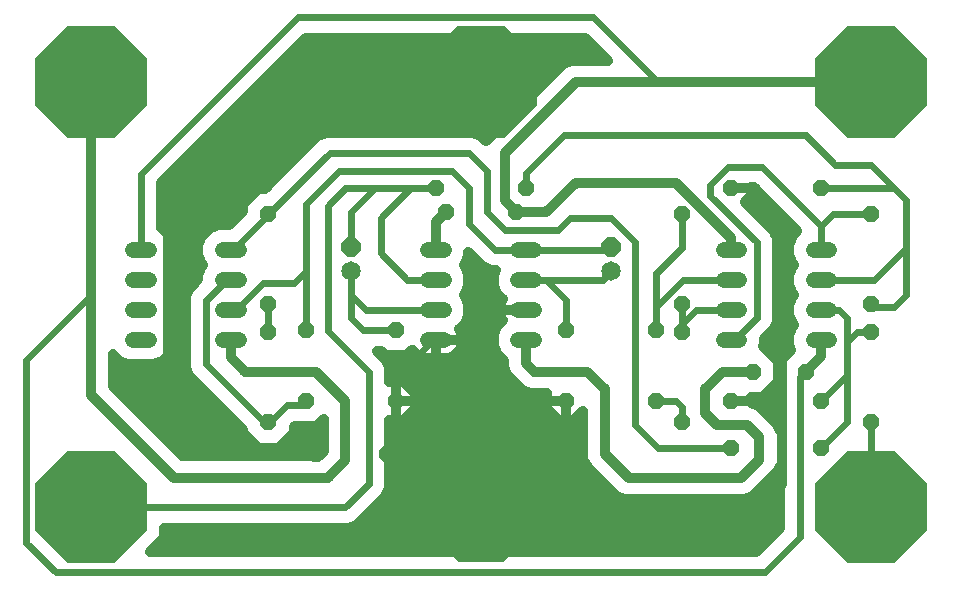
<source format=gbr>
G75*
%MOIN*%
%OFA0B0*%
%FSLAX25Y25*%
%IPPOS*%
%LPD*%
%AMOC8*
5,1,8,0,0,1.08239X$1,22.5*
%
%ADD10OC8,0.06496*%
%ADD11C,0.06496*%
%ADD12C,0.05200*%
%ADD13OC8,0.05600*%
%ADD14OC8,0.37402*%
%ADD15C,0.03200*%
%ADD16C,0.02400*%
%ADD17OC8,0.36614*%
%ADD18C,0.02362*%
D10*
X0120710Y0120773D03*
X0207324Y0120773D03*
D11*
X0207324Y0112773D03*
X0120710Y0112773D03*
D12*
X0146417Y0109962D02*
X0151617Y0109962D01*
X0151617Y0119962D02*
X0146417Y0119962D01*
X0146417Y0099962D02*
X0151617Y0099962D01*
X0151617Y0089962D02*
X0146417Y0089962D01*
X0176417Y0089962D02*
X0181617Y0089962D01*
X0181617Y0099962D02*
X0176417Y0099962D01*
X0176417Y0109962D02*
X0181617Y0109962D01*
X0181617Y0119962D02*
X0176417Y0119962D01*
X0244843Y0119962D02*
X0250043Y0119962D01*
X0250043Y0109962D02*
X0244843Y0109962D01*
X0244843Y0099962D02*
X0250043Y0099962D01*
X0250043Y0089962D02*
X0244843Y0089962D01*
X0274843Y0089962D02*
X0280043Y0089962D01*
X0280043Y0099962D02*
X0274843Y0099962D01*
X0274843Y0109962D02*
X0280043Y0109962D01*
X0280043Y0119962D02*
X0274843Y0119962D01*
X0083192Y0119962D02*
X0077992Y0119962D01*
X0077992Y0109962D02*
X0083192Y0109962D01*
X0083192Y0099962D02*
X0077992Y0099962D01*
X0077992Y0089962D02*
X0083192Y0089962D01*
X0053192Y0089962D02*
X0047992Y0089962D01*
X0047992Y0099962D02*
X0053192Y0099962D01*
X0053192Y0109962D02*
X0047992Y0109962D01*
X0047992Y0119962D02*
X0053192Y0119962D01*
D13*
X0093151Y0131773D03*
X0093151Y0101773D03*
X0093151Y0092403D03*
X0105710Y0093151D03*
X0135710Y0093151D03*
X0135710Y0069529D03*
X0132521Y0051813D03*
X0108899Y0051813D03*
X0093151Y0062403D03*
X0105710Y0069529D03*
X0192324Y0069529D03*
X0222324Y0069529D03*
X0230946Y0062403D03*
X0247443Y0069529D03*
X0254569Y0079372D03*
X0272285Y0079372D03*
X0277443Y0069529D03*
X0293939Y0062403D03*
X0277443Y0053781D03*
X0247443Y0053781D03*
X0230946Y0092403D03*
X0222324Y0093151D03*
X0230946Y0101773D03*
X0192324Y0093151D03*
X0230946Y0131773D03*
X0247443Y0140395D03*
X0277443Y0140395D03*
X0293939Y0131773D03*
X0293939Y0101773D03*
X0293939Y0092403D03*
X0179017Y0140395D03*
X0175828Y0132521D03*
X0152206Y0132521D03*
X0149017Y0140395D03*
D14*
X0164017Y0175828D03*
X0034096Y0175828D03*
X0034096Y0034096D03*
X0293939Y0034096D03*
X0293939Y0175828D03*
D15*
X0225041Y0175828D01*
X0195513Y0175828D01*
X0171891Y0152206D01*
X0171891Y0136458D01*
X0175828Y0132521D01*
X0185671Y0132521D01*
X0195513Y0142364D01*
X0228978Y0142364D01*
X0247443Y0123899D01*
X0247443Y0119962D01*
X0259753Y0128080D02*
X0267608Y0128080D01*
X0269486Y0126203D02*
X0254962Y0140726D01*
X0253843Y0140726D01*
X0253843Y0140395D01*
X0253843Y0137744D01*
X0251966Y0135868D01*
X0261589Y0126244D01*
X0262621Y0123752D01*
X0262621Y0095950D01*
X0261589Y0093458D01*
X0259681Y0091550D01*
X0258243Y0090111D01*
X0258243Y0088331D01*
X0258011Y0087772D01*
X0258048Y0087772D01*
X0262969Y0082851D01*
X0262969Y0075892D01*
X0258048Y0070972D01*
X0253843Y0070972D01*
X0253843Y0069529D01*
X0253843Y0068855D01*
X0254032Y0068855D01*
X0256678Y0067759D01*
X0258704Y0065734D01*
X0262641Y0061797D01*
X0263517Y0059682D01*
X0263517Y0078756D01*
X0263885Y0079645D01*
X0263885Y0082851D01*
X0267440Y0086406D01*
X0266643Y0088331D01*
X0266643Y0091593D01*
X0267891Y0094607D01*
X0268246Y0094962D01*
X0267891Y0095317D01*
X0266643Y0098331D01*
X0266643Y0101593D01*
X0267891Y0104607D01*
X0268246Y0104962D01*
X0267891Y0105317D01*
X0266643Y0108331D01*
X0266643Y0111593D01*
X0267891Y0114607D01*
X0268246Y0114962D01*
X0267891Y0115317D01*
X0266643Y0118331D01*
X0266643Y0121593D01*
X0267891Y0124607D01*
X0269486Y0126203D01*
X0268166Y0124882D02*
X0262153Y0124882D01*
X0262621Y0121683D02*
X0266680Y0121683D01*
X0266643Y0118485D02*
X0262621Y0118485D01*
X0262621Y0115286D02*
X0267922Y0115286D01*
X0266847Y0112088D02*
X0262621Y0112088D01*
X0262621Y0108889D02*
X0266643Y0108889D01*
X0267736Y0105691D02*
X0262621Y0105691D01*
X0262621Y0102492D02*
X0267015Y0102492D01*
X0266643Y0099294D02*
X0262621Y0099294D01*
X0262621Y0096095D02*
X0267569Y0096095D01*
X0267182Y0092897D02*
X0261028Y0092897D01*
X0258243Y0089698D02*
X0266643Y0089698D01*
X0267401Y0086500D02*
X0259320Y0086500D01*
X0262518Y0083301D02*
X0264335Y0083301D01*
X0263885Y0080103D02*
X0262969Y0080103D01*
X0264411Y0077403D02*
X0256537Y0069529D01*
X0247443Y0069529D01*
X0253843Y0069529D01*
X0247443Y0069529D01*
X0247443Y0069529D01*
X0253843Y0070507D02*
X0263517Y0070507D01*
X0263517Y0067309D02*
X0257129Y0067309D01*
X0260327Y0064110D02*
X0263517Y0064110D01*
X0263517Y0060912D02*
X0263007Y0060912D01*
X0256537Y0057718D02*
X0252600Y0061655D01*
X0242757Y0061655D01*
X0238820Y0065592D01*
X0238820Y0073466D01*
X0244726Y0079372D01*
X0254569Y0079372D01*
X0260782Y0073706D02*
X0263517Y0073706D01*
X0263517Y0076904D02*
X0262969Y0076904D01*
X0264411Y0077403D02*
X0264411Y0130553D01*
X0254569Y0140395D01*
X0247443Y0140395D01*
X0248662Y0140395D02*
X0253843Y0140395D01*
X0248662Y0140395D01*
X0248662Y0140395D01*
X0253774Y0137676D02*
X0258013Y0137676D01*
X0261211Y0134477D02*
X0253356Y0134477D01*
X0256554Y0131279D02*
X0264410Y0131279D01*
X0277443Y0089962D02*
X0277443Y0084529D01*
X0272285Y0079372D01*
X0264411Y0077403D02*
X0264411Y0041970D01*
X0256537Y0034096D01*
X0203387Y0034096D01*
X0187639Y0049844D01*
X0173860Y0049844D01*
X0164017Y0040002D01*
X0164017Y0034096D01*
X0164017Y0040002D02*
X0164017Y0059687D01*
X0164017Y0083309D01*
X0157364Y0089962D01*
X0149017Y0089962D01*
X0149017Y0083762D01*
X0145929Y0083762D01*
X0144965Y0083915D01*
X0144037Y0084216D01*
X0143168Y0084659D01*
X0142378Y0085233D01*
X0141688Y0085923D01*
X0141130Y0086692D01*
X0139190Y0084751D01*
X0132231Y0084751D01*
X0130631Y0086351D01*
X0129253Y0086351D01*
X0130468Y0085136D01*
X0132381Y0083224D01*
X0133416Y0080724D01*
X0133416Y0075929D01*
X0135710Y0075929D01*
X0135710Y0069529D01*
X0135710Y0063129D01*
X0133416Y0063129D01*
X0133416Y0040617D01*
X0132381Y0038118D01*
X0124506Y0030244D01*
X0122594Y0028331D01*
X0120094Y0027296D01*
X0097704Y0027296D01*
X0096472Y0027296D01*
X0058397Y0027296D01*
X0058397Y0024030D01*
X0053609Y0019243D01*
X0255689Y0019243D01*
X0263517Y0027070D01*
X0263517Y0047880D01*
X0262641Y0045766D01*
X0260615Y0043740D01*
X0254710Y0037835D01*
X0252064Y0036739D01*
X0211798Y0036739D01*
X0209151Y0037835D01*
X0207126Y0039860D01*
X0199252Y0047734D01*
X0198156Y0050380D01*
X0198156Y0066310D01*
X0194975Y0063129D01*
X0192324Y0063129D01*
X0189673Y0063129D01*
X0185924Y0066878D01*
X0185924Y0069529D01*
X0192324Y0069529D01*
X0192324Y0069529D01*
X0185924Y0069529D01*
X0185924Y0072172D01*
X0180302Y0072172D01*
X0177655Y0073268D01*
X0175630Y0075293D01*
X0175630Y0075293D01*
X0174939Y0075984D01*
X0172913Y0078010D01*
X0171817Y0080656D01*
X0171817Y0082992D01*
X0171772Y0083011D01*
X0169466Y0085317D01*
X0168217Y0088331D01*
X0168217Y0091593D01*
X0169466Y0094607D01*
X0171307Y0096448D01*
X0171115Y0096713D01*
X0170672Y0097582D01*
X0170370Y0098510D01*
X0170217Y0099474D01*
X0170217Y0099962D01*
X0179017Y0099962D01*
X0179017Y0099962D01*
X0170217Y0099962D01*
X0170217Y0100450D01*
X0170370Y0101414D01*
X0170672Y0102342D01*
X0171115Y0103212D01*
X0171307Y0103476D01*
X0169466Y0105317D01*
X0168217Y0108331D01*
X0168217Y0111593D01*
X0168867Y0113162D01*
X0167350Y0113162D01*
X0164850Y0114197D01*
X0159817Y0119231D01*
X0159817Y0118331D01*
X0158569Y0115317D01*
X0158214Y0114962D01*
X0158569Y0114607D01*
X0159817Y0111593D01*
X0159817Y0108331D01*
X0158569Y0105317D01*
X0158214Y0104962D01*
X0158569Y0104607D01*
X0159817Y0101593D01*
X0159817Y0098331D01*
X0158569Y0095317D01*
X0156728Y0093476D01*
X0156920Y0093212D01*
X0157363Y0092342D01*
X0157665Y0091414D01*
X0157817Y0090450D01*
X0157817Y0089962D01*
X0157817Y0089474D01*
X0157665Y0088510D01*
X0157363Y0087582D01*
X0156920Y0086713D01*
X0156346Y0085923D01*
X0155656Y0085233D01*
X0154867Y0084659D01*
X0153997Y0084216D01*
X0153069Y0083915D01*
X0152105Y0083762D01*
X0149017Y0083762D01*
X0149017Y0089962D01*
X0149017Y0089962D01*
X0157817Y0089962D01*
X0149017Y0089962D01*
X0149017Y0089962D01*
X0149017Y0089698D02*
X0149017Y0089698D01*
X0149017Y0086500D02*
X0149017Y0086500D01*
X0141269Y0086500D02*
X0140938Y0086500D01*
X0132303Y0083301D02*
X0171482Y0083301D01*
X0172047Y0080103D02*
X0133416Y0080103D01*
X0133416Y0076904D02*
X0174019Y0076904D01*
X0174939Y0075984D02*
X0174939Y0075984D01*
X0177217Y0073706D02*
X0140585Y0073706D01*
X0142110Y0072180D02*
X0142110Y0069529D01*
X0142110Y0066878D01*
X0138361Y0063129D01*
X0135710Y0063129D01*
X0135710Y0069529D01*
X0135710Y0069529D01*
X0135710Y0069529D01*
X0142110Y0069529D01*
X0135710Y0069529D01*
X0135710Y0069529D01*
X0135710Y0075929D01*
X0138361Y0075929D01*
X0142110Y0072180D01*
X0142110Y0070507D02*
X0185924Y0070507D01*
X0185924Y0067309D02*
X0142110Y0067309D01*
X0139342Y0064110D02*
X0188692Y0064110D01*
X0192324Y0064110D02*
X0192324Y0064110D01*
X0192324Y0063129D02*
X0192324Y0069529D01*
X0192324Y0069529D01*
X0173860Y0069529D01*
X0164017Y0059687D01*
X0181734Y0079372D02*
X0199450Y0079372D01*
X0205356Y0073466D01*
X0205356Y0051813D01*
X0213230Y0043939D01*
X0250631Y0043939D01*
X0256537Y0049844D01*
X0256537Y0057718D01*
X0261794Y0044919D02*
X0263517Y0044919D01*
X0263517Y0041721D02*
X0258596Y0041721D01*
X0255397Y0038522D02*
X0263517Y0038522D01*
X0263517Y0035324D02*
X0129586Y0035324D01*
X0132548Y0038522D02*
X0208464Y0038522D01*
X0205266Y0041721D02*
X0133416Y0041721D01*
X0133416Y0044919D02*
X0202067Y0044919D01*
X0199093Y0048118D02*
X0133416Y0048118D01*
X0133416Y0051316D02*
X0198156Y0051316D01*
X0198156Y0054515D02*
X0133416Y0054515D01*
X0133416Y0057713D02*
X0198156Y0057713D01*
X0198156Y0060912D02*
X0133416Y0060912D01*
X0135710Y0064110D02*
X0135710Y0064110D01*
X0135710Y0067309D02*
X0135710Y0067309D01*
X0135710Y0070507D02*
X0135710Y0070507D01*
X0135710Y0073706D02*
X0135710Y0073706D01*
X0118742Y0069529D02*
X0108899Y0079372D01*
X0085277Y0079372D01*
X0080592Y0084057D01*
X0080592Y0089962D01*
X0065604Y0089698D02*
X0061392Y0089698D01*
X0061392Y0088331D02*
X0060144Y0085317D01*
X0057837Y0083011D01*
X0054823Y0081762D01*
X0046361Y0081762D01*
X0043347Y0083011D01*
X0041296Y0085062D01*
X0041296Y0074480D01*
X0064637Y0051139D01*
X0109854Y0051139D01*
X0111542Y0052826D01*
X0111542Y0063481D01*
X0109190Y0061129D01*
X0102231Y0061129D01*
X0102019Y0061341D01*
X0101551Y0060873D01*
X0101551Y0058924D01*
X0096631Y0054003D01*
X0089672Y0054003D01*
X0084751Y0058924D01*
X0084751Y0059894D01*
X0066637Y0078009D01*
X0065604Y0080501D01*
X0065604Y0104441D01*
X0066637Y0106933D01*
X0068544Y0108841D01*
X0069792Y0110089D01*
X0069792Y0111593D01*
X0071041Y0114607D01*
X0071396Y0114962D01*
X0071041Y0115317D01*
X0069792Y0118331D01*
X0069792Y0121593D01*
X0071041Y0124607D01*
X0073347Y0126914D01*
X0076361Y0128162D01*
X0080141Y0128162D01*
X0084751Y0132772D01*
X0084751Y0135253D01*
X0089672Y0140173D01*
X0091935Y0140173D01*
X0107820Y0156058D01*
X0109732Y0157971D01*
X0112232Y0159006D01*
X0161433Y0159006D01*
X0163932Y0157971D01*
X0165738Y0156165D01*
X0165787Y0156285D01*
X0189410Y0179907D01*
X0191435Y0181932D01*
X0194081Y0183028D01*
X0206256Y0183028D01*
X0198602Y0190682D01*
X0105810Y0190682D01*
X0057392Y0142264D01*
X0057392Y0127098D01*
X0057837Y0126914D01*
X0060144Y0124607D01*
X0061392Y0121593D01*
X0061392Y0118331D01*
X0060144Y0115317D01*
X0059789Y0114962D01*
X0060144Y0114607D01*
X0061392Y0111593D01*
X0061392Y0108331D01*
X0060144Y0105317D01*
X0059789Y0104962D01*
X0060144Y0104607D01*
X0061392Y0101593D01*
X0061392Y0098331D01*
X0060144Y0095317D01*
X0059789Y0094962D01*
X0060144Y0094607D01*
X0061392Y0091593D01*
X0061392Y0088331D01*
X0060634Y0086500D02*
X0065604Y0086500D01*
X0065604Y0083301D02*
X0058128Y0083301D01*
X0065769Y0080103D02*
X0041296Y0080103D01*
X0041296Y0083301D02*
X0043057Y0083301D01*
X0041296Y0076904D02*
X0067741Y0076904D01*
X0070940Y0073706D02*
X0042070Y0073706D01*
X0045269Y0070507D02*
X0074138Y0070507D01*
X0077337Y0067309D02*
X0048467Y0067309D01*
X0051666Y0064110D02*
X0080535Y0064110D01*
X0083734Y0060912D02*
X0054864Y0060912D01*
X0058063Y0057713D02*
X0085962Y0057713D01*
X0089160Y0054515D02*
X0061261Y0054515D01*
X0064460Y0051316D02*
X0110031Y0051316D01*
X0111542Y0054515D02*
X0097142Y0054515D01*
X0100341Y0057713D02*
X0111542Y0057713D01*
X0111542Y0060912D02*
X0101590Y0060912D01*
X0118742Y0069529D02*
X0118742Y0049844D01*
X0112836Y0043939D01*
X0061655Y0043939D01*
X0034096Y0071498D01*
X0034096Y0104962D01*
X0034096Y0175828D01*
X0068797Y0153669D02*
X0105430Y0153669D01*
X0108628Y0156867D02*
X0071996Y0156867D01*
X0075194Y0160066D02*
X0169568Y0160066D01*
X0172767Y0163264D02*
X0078393Y0163264D01*
X0081591Y0166463D02*
X0175965Y0166463D01*
X0179164Y0169661D02*
X0084790Y0169661D01*
X0087988Y0172860D02*
X0182362Y0172860D01*
X0185561Y0176058D02*
X0091187Y0176058D01*
X0094385Y0179257D02*
X0188759Y0179257D01*
X0192697Y0182455D02*
X0097584Y0182455D01*
X0100782Y0185654D02*
X0203631Y0185654D01*
X0200432Y0188852D02*
X0103981Y0188852D01*
X0102231Y0150470D02*
X0065598Y0150470D01*
X0062400Y0147272D02*
X0099033Y0147272D01*
X0095834Y0144073D02*
X0059201Y0144073D01*
X0057392Y0140874D02*
X0092636Y0140874D01*
X0087175Y0137676D02*
X0057392Y0137676D01*
X0057392Y0134477D02*
X0084751Y0134477D01*
X0083258Y0131279D02*
X0057392Y0131279D01*
X0057392Y0128080D02*
X0076164Y0128080D01*
X0071315Y0124882D02*
X0059869Y0124882D01*
X0061355Y0121683D02*
X0069829Y0121683D01*
X0069792Y0118485D02*
X0061392Y0118485D01*
X0060113Y0115286D02*
X0071071Y0115286D01*
X0069997Y0112088D02*
X0061187Y0112088D01*
X0061392Y0108889D02*
X0068593Y0108889D01*
X0066122Y0105691D02*
X0060298Y0105691D01*
X0061020Y0102492D02*
X0065604Y0102492D01*
X0065604Y0099294D02*
X0061392Y0099294D01*
X0060466Y0096095D02*
X0065604Y0096095D01*
X0065604Y0092897D02*
X0060852Y0092897D01*
X0149017Y0119962D02*
X0149017Y0129332D01*
X0152206Y0132521D01*
X0159817Y0118485D02*
X0160563Y0118485D01*
X0158538Y0115286D02*
X0163762Y0115286D01*
X0159612Y0112088D02*
X0168422Y0112088D01*
X0168217Y0108889D02*
X0159817Y0108889D01*
X0158724Y0105691D02*
X0169311Y0105691D01*
X0170748Y0102492D02*
X0159445Y0102492D01*
X0159817Y0099294D02*
X0170246Y0099294D01*
X0168860Y0099962D02*
X0164017Y0095120D01*
X0164017Y0083309D01*
X0168976Y0086500D02*
X0156765Y0086500D01*
X0157817Y0089698D02*
X0168217Y0089698D01*
X0168757Y0092897D02*
X0157080Y0092897D01*
X0158891Y0096095D02*
X0170954Y0096095D01*
X0168860Y0099962D02*
X0179017Y0099962D01*
X0179017Y0089962D02*
X0179017Y0082088D01*
X0181734Y0079372D01*
X0192324Y0069529D02*
X0192324Y0063129D01*
X0195956Y0064110D02*
X0198156Y0064110D01*
X0192324Y0067309D02*
X0192324Y0067309D01*
X0126387Y0032125D02*
X0263517Y0032125D01*
X0263517Y0028927D02*
X0123189Y0028927D01*
X0058397Y0025728D02*
X0262174Y0025728D01*
X0258976Y0022530D02*
X0056896Y0022530D01*
X0053698Y0019331D02*
X0255777Y0019331D01*
X0166370Y0156867D02*
X0165036Y0156867D01*
D16*
X0258506Y0012443D02*
X0022285Y0012443D01*
X0012443Y0022285D01*
X0012443Y0083309D01*
X0034096Y0104962D01*
X0050592Y0119962D02*
X0050592Y0145080D01*
X0102994Y0197482D01*
X0201419Y0197482D01*
X0223072Y0175828D01*
X0225041Y0175828D01*
X0191576Y0158112D02*
X0272285Y0158112D01*
X0282128Y0148269D01*
X0293939Y0148269D01*
X0301813Y0140395D01*
X0305750Y0136458D01*
X0305750Y0120710D01*
X0295002Y0109962D01*
X0277443Y0109962D01*
X0277443Y0119962D02*
X0277443Y0127836D01*
X0281380Y0131773D01*
X0293939Y0131773D01*
X0301813Y0140395D02*
X0277443Y0140395D01*
X0305750Y0120710D02*
X0305750Y0104962D01*
X0301813Y0101025D01*
X0294687Y0101025D01*
X0293939Y0101773D01*
X0286065Y0097088D02*
X0286065Y0089214D01*
X0286065Y0081340D01*
X0286065Y0078151D01*
X0277443Y0069529D01*
X0270317Y0077403D02*
X0272285Y0079372D01*
X0270317Y0077403D02*
X0270317Y0024254D01*
X0258506Y0012443D01*
X0293939Y0034096D02*
X0293939Y0062403D01*
X0286065Y0062403D02*
X0277443Y0053781D01*
X0286065Y0062403D02*
X0286065Y0078151D01*
X0286065Y0089214D02*
X0289254Y0092403D01*
X0293939Y0092403D01*
X0286065Y0097088D02*
X0283191Y0099962D01*
X0277443Y0099962D01*
X0247443Y0099962D02*
X0235789Y0099962D01*
X0230946Y0095120D01*
X0230946Y0092403D01*
X0230946Y0095120D02*
X0230946Y0101773D01*
X0231261Y0109962D02*
X0222324Y0101025D01*
X0222324Y0093151D01*
X0222324Y0101025D02*
X0222324Y0112088D01*
X0230946Y0120710D01*
X0230946Y0131773D01*
X0215198Y0122679D02*
X0207324Y0130553D01*
X0193545Y0130553D01*
X0189608Y0126616D01*
X0171891Y0126616D01*
X0165986Y0132521D01*
X0165986Y0146301D01*
X0160080Y0152206D01*
X0113584Y0152206D01*
X0093151Y0131773D01*
X0105710Y0135238D02*
X0105710Y0112836D01*
X0101773Y0108899D01*
X0091183Y0108899D01*
X0082246Y0099962D01*
X0080592Y0099962D01*
X0093151Y0101773D02*
X0093151Y0092403D01*
X0105710Y0093151D02*
X0105710Y0112836D01*
X0120710Y0112773D02*
X0120710Y0104962D01*
X0120710Y0097088D01*
X0124647Y0093151D01*
X0135710Y0093151D01*
X0125710Y0099962D02*
X0120710Y0104962D01*
X0125710Y0099962D02*
X0149017Y0099962D01*
X0149017Y0109962D02*
X0139332Y0109962D01*
X0130553Y0118742D01*
X0130553Y0130553D01*
X0140395Y0140395D01*
X0128584Y0140395D01*
X0118742Y0140395D01*
X0112939Y0134592D01*
X0112939Y0093049D01*
X0126616Y0079372D01*
X0126616Y0041970D01*
X0118742Y0034096D01*
X0099057Y0034096D01*
X0095120Y0034096D01*
X0034096Y0034096D01*
X0058868Y0076254D02*
X0083309Y0051813D01*
X0108899Y0051813D01*
X0132521Y0051813D02*
X0135710Y0055002D01*
X0135710Y0069529D01*
X0135710Y0077586D01*
X0136112Y0077988D01*
X0179017Y0109962D02*
X0185671Y0109962D01*
X0192324Y0103309D01*
X0192324Y0093151D01*
X0185671Y0109962D02*
X0204513Y0109962D01*
X0207324Y0112773D01*
X0206513Y0119962D02*
X0207324Y0120773D01*
X0206513Y0119962D02*
X0179017Y0119962D01*
X0168702Y0119962D01*
X0160080Y0128584D01*
X0160080Y0140395D01*
X0154175Y0146301D01*
X0116773Y0146301D01*
X0105710Y0135238D01*
X0120710Y0132521D02*
X0120710Y0120773D01*
X0120710Y0132521D02*
X0128584Y0140395D01*
X0140395Y0140395D02*
X0149017Y0140395D01*
X0179017Y0140395D02*
X0179017Y0145553D01*
X0191576Y0158112D01*
X0164017Y0175828D02*
X0097088Y0175828D01*
X0058868Y0137608D01*
X0058868Y0108885D01*
X0058868Y0087643D02*
X0058868Y0076254D01*
X0215198Y0061655D02*
X0215198Y0122679D01*
X0231261Y0109962D02*
X0247443Y0109962D01*
X0228978Y0069529D02*
X0230946Y0067561D01*
X0230946Y0062403D01*
X0228978Y0069529D02*
X0222324Y0069529D01*
X0215198Y0061655D02*
X0223072Y0053781D01*
X0247443Y0053781D01*
D17*
X0164017Y0034096D03*
D18*
X0105214Y0068332D02*
X0105710Y0069529D01*
X0105214Y0068332D02*
X0099421Y0068332D01*
X0093628Y0062539D01*
X0093151Y0062403D01*
X0091696Y0062539D01*
X0072385Y0081850D01*
X0072385Y0103092D01*
X0078179Y0108885D01*
X0080110Y0108885D01*
X0080592Y0109962D01*
X0080592Y0119962D02*
X0082041Y0120472D01*
X0091696Y0130128D01*
X0093151Y0131773D01*
X0058868Y0108885D02*
X0058868Y0087643D01*
X0136112Y0077988D02*
X0147698Y0089574D01*
X0149017Y0089962D01*
X0240391Y0137852D02*
X0240391Y0141714D01*
X0246185Y0147507D01*
X0257771Y0147507D01*
X0277443Y0127836D01*
X0255840Y0122403D02*
X0240391Y0137852D01*
X0255840Y0122403D02*
X0255840Y0097299D01*
X0250047Y0091506D01*
X0248116Y0091506D01*
X0247443Y0089962D01*
M02*

</source>
